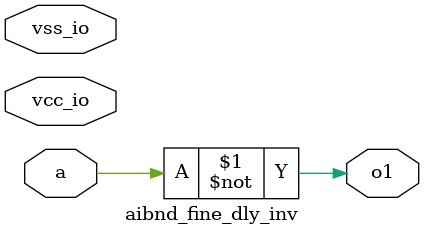
<source format=v>



module aibnd_fine_dly_inv ( a, o1, vcc_io, vss_io );

  input a;
  output o1;
  input vss_io;
  input vcc_io;


  assign o1 = ~a ;

endmodule



</source>
